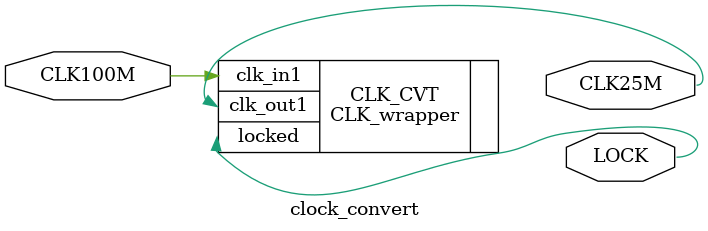
<source format=v>

/*
clock_convert CLK(
 .CLK100M(  ),
 .CLK25M(  ),
 .LOCK(  )
);
*/

module clock_convert(
        input CLK100M,
        output CLK25M,LOCK
    );


    CLK_wrapper CLK_CVT
                (
                    .clk_in1(CLK100M),
                    .clk_out1(CLK25M),
                    .locked(LOCK)
                );

endmodule

</source>
